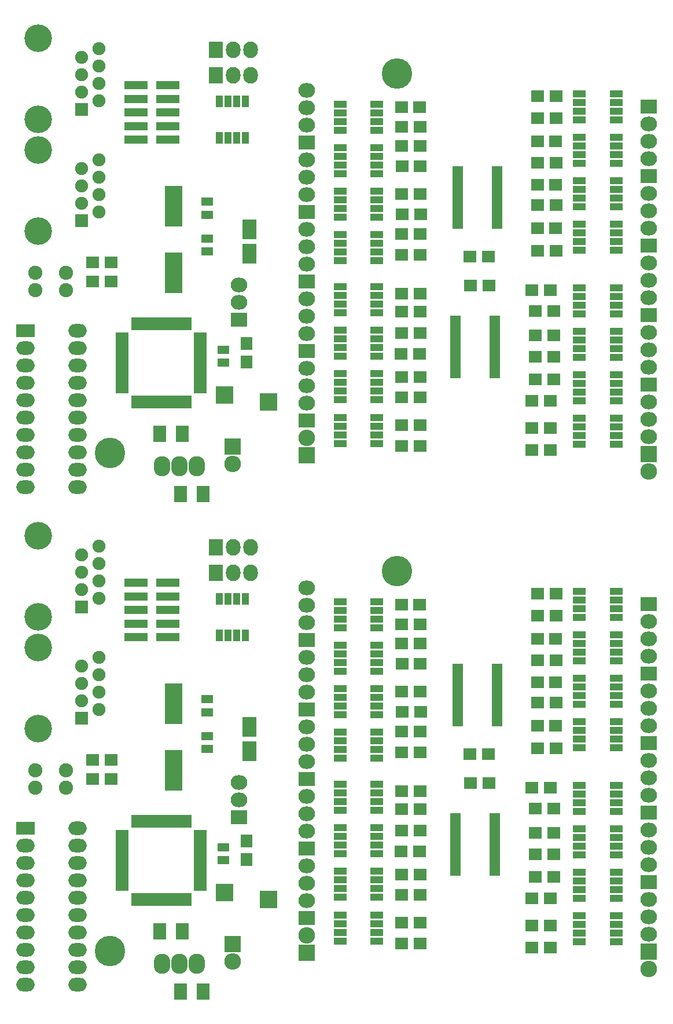
<source format=gbr>
G04 #@! TF.FileFunction,Soldermask,Bot*
%FSLAX46Y46*%
G04 Gerber Fmt 4.6, Leading zero omitted, Abs format (unit mm)*
G04 Created by KiCad (PCBNEW (2014-jul-16 BZR unknown)-product) date Sa 01 Nov 2014 20:47:10 CET*
%MOMM*%
G01*
G04 APERTURE LIST*
%ADD10C,0.150000*%
%ADD11R,2.635200X2.635200*%
%ADD12R,3.400000X1.290000*%
%ADD13R,2.432000X2.432000*%
%ADD14O,2.432000X2.432000*%
%ADD15C,4.049980*%
%ADD16R,1.901140X1.901140*%
%ADD17C,1.901140*%
%ADD18R,2.500580X6.000700*%
%ADD19R,1.950000X1.000000*%
%ADD20O,2.432000X2.940000*%
%ADD21R,0.999440X1.799540*%
%ADD22R,2.686000X1.974800*%
%ADD23O,2.686000X1.974800*%
%ADD24R,1.900000X1.700000*%
%ADD25R,1.700000X1.900000*%
%ADD26R,2.432000X2.127200*%
%ADD27O,2.432000X2.127200*%
%ADD28R,2.127200X2.432000*%
%ADD29O,2.127200X2.432000*%
%ADD30R,1.500000X0.800000*%
%ADD31R,1.924000X0.806400*%
%ADD32R,0.806400X1.924000*%
%ADD33C,2.076400*%
%ADD34R,1.924000X2.432000*%
%ADD35R,1.797000X1.289000*%
%ADD36R,2.000200X3.000960*%
%ADD37C,4.464000*%
G04 APERTURE END LIST*
D10*
D11*
X63670000Y-153330000D03*
X57280000Y-152350000D03*
D12*
X48980000Y-107020000D03*
X48980000Y-109020000D03*
X44310000Y-109020000D03*
X48980000Y-111020000D03*
X44310000Y-111020000D03*
X48980000Y-113020000D03*
X44310000Y-113020000D03*
X48980000Y-115020000D03*
X44310000Y-115020000D03*
X44310000Y-107020000D03*
D13*
X119310000Y-160930000D03*
D14*
X119310000Y-163470000D03*
D13*
X69280000Y-161090000D03*
D14*
X69280000Y-158550000D03*
D15*
X30000000Y-100191480D03*
X30000000Y-112060900D03*
D16*
X36350000Y-110575000D03*
D17*
X38890000Y-109305000D03*
X36350000Y-108035000D03*
X38890000Y-106765000D03*
X36350000Y-105495000D03*
X38890000Y-104225000D03*
X36350000Y-102955000D03*
X38890000Y-101685000D03*
D15*
X30000000Y-116491480D03*
X30000000Y-128360900D03*
D16*
X36350000Y-126875000D03*
D17*
X38890000Y-125605000D03*
X36350000Y-124335000D03*
X38890000Y-123065000D03*
X36350000Y-121795000D03*
X38890000Y-120525000D03*
X36350000Y-119255000D03*
X38890000Y-117985000D03*
D18*
X49830000Y-134428860D03*
X49830000Y-124731140D03*
D19*
X109140000Y-131125000D03*
X109140000Y-129855000D03*
X109140000Y-128585000D03*
X109140000Y-127315000D03*
X114540000Y-127315000D03*
X114540000Y-128585000D03*
X114540000Y-129855000D03*
X114540000Y-131125000D03*
X109140000Y-124775000D03*
X109140000Y-123505000D03*
X109140000Y-122235000D03*
X109140000Y-120965000D03*
X114540000Y-120965000D03*
X114540000Y-122235000D03*
X114540000Y-123505000D03*
X114540000Y-124775000D03*
X109140000Y-118425000D03*
X109140000Y-117155000D03*
X109140000Y-115885000D03*
X109140000Y-114615000D03*
X114540000Y-114615000D03*
X114540000Y-115885000D03*
X114540000Y-117155000D03*
X114540000Y-118425000D03*
X109140000Y-112075000D03*
X109140000Y-110805000D03*
X109140000Y-109535000D03*
X109140000Y-108265000D03*
X114540000Y-108265000D03*
X114540000Y-109535000D03*
X114540000Y-110805000D03*
X114540000Y-112075000D03*
X79550000Y-109805000D03*
X79550000Y-111075000D03*
X79550000Y-112345000D03*
X79550000Y-113615000D03*
X74150000Y-113615000D03*
X74150000Y-112345000D03*
X74150000Y-111075000D03*
X74150000Y-109805000D03*
X79550000Y-116155000D03*
X79550000Y-117425000D03*
X79550000Y-118695000D03*
X79550000Y-119965000D03*
X74150000Y-119965000D03*
X74150000Y-118695000D03*
X74150000Y-117425000D03*
X74150000Y-116155000D03*
X79550000Y-122505000D03*
X79550000Y-123775000D03*
X79550000Y-125045000D03*
X79550000Y-126315000D03*
X74150000Y-126315000D03*
X74150000Y-125045000D03*
X74150000Y-123775000D03*
X74150000Y-122505000D03*
X79550000Y-128855000D03*
X79550000Y-130125000D03*
X79550000Y-131395000D03*
X79550000Y-132665000D03*
X74150000Y-132665000D03*
X74150000Y-131395000D03*
X74150000Y-130125000D03*
X74150000Y-128855000D03*
X109140000Y-159495000D03*
X109140000Y-158225000D03*
X109140000Y-156955000D03*
X109140000Y-155685000D03*
X114540000Y-155685000D03*
X114540000Y-156955000D03*
X114540000Y-158225000D03*
X114540000Y-159495000D03*
X109140000Y-153145000D03*
X109140000Y-151875000D03*
X109140000Y-150605000D03*
X109140000Y-149335000D03*
X114540000Y-149335000D03*
X114540000Y-150605000D03*
X114540000Y-151875000D03*
X114540000Y-153145000D03*
X109140000Y-146795000D03*
X109140000Y-145525000D03*
X109140000Y-144255000D03*
X109140000Y-142985000D03*
X114540000Y-142985000D03*
X114540000Y-144255000D03*
X114540000Y-145525000D03*
X114540000Y-146795000D03*
X109140000Y-140445000D03*
X109140000Y-139175000D03*
X109140000Y-137905000D03*
X109140000Y-136635000D03*
X114540000Y-136635000D03*
X114540000Y-137905000D03*
X114540000Y-139175000D03*
X114540000Y-140445000D03*
X79550000Y-136475000D03*
X79550000Y-137745000D03*
X79550000Y-139015000D03*
X79550000Y-140285000D03*
X74150000Y-140285000D03*
X74150000Y-139015000D03*
X74150000Y-137745000D03*
X74150000Y-136475000D03*
X79550000Y-142825000D03*
X79550000Y-144095000D03*
X79550000Y-145365000D03*
X79550000Y-146635000D03*
X74150000Y-146635000D03*
X74150000Y-145365000D03*
X74150000Y-144095000D03*
X74150000Y-142825000D03*
X79550000Y-149175000D03*
X79550000Y-150445000D03*
X79550000Y-151715000D03*
X79550000Y-152985000D03*
X74150000Y-152985000D03*
X74150000Y-151715000D03*
X74150000Y-150445000D03*
X74150000Y-149175000D03*
X79560000Y-155655000D03*
X79560000Y-156925000D03*
X79560000Y-158195000D03*
X79560000Y-159465000D03*
X74160000Y-159465000D03*
X74160000Y-158195000D03*
X74160000Y-156925000D03*
X74160000Y-155655000D03*
D20*
X50670000Y-162760000D03*
X48130000Y-162760000D03*
X53210000Y-162760000D03*
D21*
X60325000Y-109433000D03*
X60325000Y-114767000D03*
X59055000Y-109433000D03*
X57785000Y-109433000D03*
X56515000Y-109433000D03*
X59055000Y-114767000D03*
X57785000Y-114767000D03*
X56515000Y-114767000D03*
D22*
X28090000Y-142900000D03*
D23*
X28090000Y-145440000D03*
X28090000Y-147980000D03*
X28090000Y-150520000D03*
X28090000Y-153060000D03*
X28090000Y-155600000D03*
X28090000Y-158140000D03*
X28090000Y-160680000D03*
X28090000Y-163220000D03*
X28090000Y-165760000D03*
X35710000Y-165760000D03*
X35710000Y-163220000D03*
X35710000Y-160680000D03*
X35710000Y-158140000D03*
X35710000Y-155600000D03*
X35710000Y-153060000D03*
X35710000Y-150520000D03*
X35710000Y-147980000D03*
X35710000Y-145440000D03*
X35710000Y-142900000D03*
D24*
X103050000Y-131230000D03*
X105750000Y-131230000D03*
X103020000Y-127950000D03*
X105720000Y-127950000D03*
X103050000Y-124530000D03*
X105750000Y-124530000D03*
X103020000Y-121600000D03*
X105720000Y-121600000D03*
X103050000Y-118330000D03*
X105750000Y-118330000D03*
X103020000Y-115250000D03*
X105720000Y-115250000D03*
X103050000Y-111830000D03*
X105750000Y-111830000D03*
X103050000Y-108630000D03*
X105750000Y-108630000D03*
X85820000Y-110250000D03*
X83120000Y-110250000D03*
X85870000Y-113150000D03*
X83170000Y-113150000D03*
X85890000Y-115880000D03*
X83190000Y-115880000D03*
X85910000Y-118890000D03*
X83210000Y-118890000D03*
X85850000Y-122950000D03*
X83150000Y-122950000D03*
X85950000Y-125880000D03*
X83250000Y-125880000D03*
X85830000Y-128810000D03*
X83130000Y-128810000D03*
X85840000Y-131860000D03*
X83140000Y-131860000D03*
X102250000Y-160330000D03*
X104950000Y-160330000D03*
X102250000Y-157130000D03*
X104950000Y-157130000D03*
X102250000Y-153130000D03*
X104950000Y-153130000D03*
X102720000Y-150070000D03*
X105420000Y-150070000D03*
X102750000Y-146730000D03*
X105450000Y-146730000D03*
X102720000Y-143620000D03*
X105420000Y-143620000D03*
X102750000Y-140030000D03*
X105450000Y-140030000D03*
X102250000Y-137030000D03*
X104950000Y-137030000D03*
X85840000Y-137540000D03*
X83140000Y-137540000D03*
X85880000Y-140130000D03*
X83180000Y-140130000D03*
X85850000Y-143230000D03*
X83150000Y-143230000D03*
X85810000Y-146280000D03*
X83110000Y-146280000D03*
X85850000Y-149730000D03*
X83150000Y-149730000D03*
X85860000Y-152690000D03*
X83160000Y-152690000D03*
X85840000Y-156760000D03*
X83140000Y-156760000D03*
X85860000Y-159740000D03*
X83160000Y-159740000D03*
X93170000Y-132100000D03*
X95870000Y-132100000D03*
X93220000Y-136350000D03*
X95920000Y-136350000D03*
D25*
X60480000Y-144790000D03*
X60480000Y-147490000D03*
D24*
X40670000Y-135700000D03*
X37970000Y-135700000D03*
X40640000Y-132930000D03*
X37940000Y-132930000D03*
D26*
X119310000Y-130450000D03*
D27*
X119310000Y-132990000D03*
X119310000Y-135530000D03*
X119310000Y-138070000D03*
D26*
X119310000Y-120290000D03*
D27*
X119310000Y-122830000D03*
X119310000Y-125370000D03*
X119310000Y-127910000D03*
D26*
X119310000Y-110130000D03*
D27*
X119310000Y-112670000D03*
X119310000Y-115210000D03*
X119310000Y-117750000D03*
D26*
X69280000Y-115370000D03*
D27*
X69280000Y-112830000D03*
X69280000Y-110290000D03*
X69280000Y-107750000D03*
D26*
X69280000Y-125530000D03*
D27*
X69280000Y-122990000D03*
X69280000Y-120450000D03*
X69280000Y-117910000D03*
D26*
X69280000Y-135690000D03*
D27*
X69280000Y-133150000D03*
X69280000Y-130610000D03*
X69280000Y-128070000D03*
D26*
X119310000Y-150770000D03*
D27*
X119310000Y-153310000D03*
X119310000Y-155850000D03*
X119310000Y-158390000D03*
D26*
X119310000Y-140610000D03*
D27*
X119310000Y-143150000D03*
X119310000Y-145690000D03*
X119310000Y-148230000D03*
D26*
X69280000Y-145850000D03*
D27*
X69280000Y-143310000D03*
X69280000Y-140770000D03*
X69280000Y-138230000D03*
D26*
X69280000Y-156010000D03*
D27*
X69280000Y-153470000D03*
X69280000Y-150930000D03*
X69280000Y-148390000D03*
D13*
X58470000Y-159890000D03*
D14*
X58470000Y-162430000D03*
D28*
X55990000Y-105610000D03*
D29*
X58530000Y-105610000D03*
X61070000Y-105610000D03*
D28*
X55990000Y-101860000D03*
D29*
X58530000Y-101860000D03*
X61070000Y-101860000D03*
D26*
X59360000Y-141280000D03*
D27*
X59360000Y-138740000D03*
X59360000Y-136200000D03*
D30*
X91390000Y-127695000D03*
X91390000Y-127045000D03*
X91390000Y-126395000D03*
X91390000Y-125745000D03*
X91390000Y-125095000D03*
X91390000Y-124445000D03*
X91390000Y-123795000D03*
X91390000Y-123145000D03*
X91390000Y-122495000D03*
X91390000Y-121845000D03*
X91390000Y-121195000D03*
X91390000Y-120545000D03*
X91390000Y-119895000D03*
X91390000Y-119245000D03*
X97090000Y-119245000D03*
X97090000Y-119895000D03*
X97090000Y-120545000D03*
X97090000Y-121195000D03*
X97090000Y-121845000D03*
X97090000Y-122495000D03*
X97090000Y-123145000D03*
X97090000Y-123795000D03*
X97090000Y-124445000D03*
X97090000Y-125095000D03*
X97090000Y-125745000D03*
X97090000Y-126395000D03*
X97090000Y-127045000D03*
X97090000Y-127695000D03*
X91070000Y-149525000D03*
X91070000Y-148875000D03*
X91070000Y-148225000D03*
X91070000Y-147575000D03*
X91070000Y-146925000D03*
X91070000Y-146275000D03*
X91070000Y-145625000D03*
X91070000Y-144975000D03*
X91070000Y-144325000D03*
X91070000Y-143675000D03*
X91070000Y-143025000D03*
X91070000Y-142375000D03*
X91070000Y-141725000D03*
X91070000Y-141075000D03*
X96770000Y-141075000D03*
X96770000Y-141725000D03*
X96770000Y-142375000D03*
X96770000Y-143025000D03*
X96770000Y-143675000D03*
X96770000Y-144325000D03*
X96770000Y-144975000D03*
X96770000Y-145625000D03*
X96770000Y-146275000D03*
X96770000Y-146925000D03*
X96770000Y-147575000D03*
X96770000Y-148225000D03*
X96770000Y-148875000D03*
X96770000Y-149525000D03*
D31*
X42305000Y-147610000D03*
X42305000Y-146809900D03*
X42305000Y-146009800D03*
X42305000Y-145209700D03*
X42305000Y-144409600D03*
X42305000Y-143609500D03*
X42305000Y-148410100D03*
X42305000Y-149210200D03*
X42305000Y-150010300D03*
X42305000Y-150810400D03*
X42305000Y-151610500D03*
X53735000Y-147610000D03*
X53735000Y-146809900D03*
X53735000Y-146009800D03*
X53735000Y-145209700D03*
X53735000Y-144409600D03*
X53735000Y-143609500D03*
X53735000Y-148410100D03*
X53735000Y-149210200D03*
X53735000Y-150010300D03*
X53735000Y-150810400D03*
X53735000Y-151610500D03*
D32*
X48020000Y-141895000D03*
X48020000Y-153325000D03*
X48820100Y-141895000D03*
X48820100Y-153325000D03*
X49620200Y-153325000D03*
X49620200Y-141895000D03*
X50420300Y-141895000D03*
X50420300Y-153325000D03*
X51220400Y-153325000D03*
X51220400Y-141895000D03*
X52020500Y-141895000D03*
X52020500Y-153325000D03*
X47219900Y-153325000D03*
X47219900Y-141895000D03*
X46419800Y-141895000D03*
X46419800Y-153325000D03*
X45619700Y-153325000D03*
X45619700Y-141895000D03*
X44819600Y-141895000D03*
X44819600Y-153325000D03*
X44019500Y-153325000D03*
X44019500Y-141895000D03*
D33*
X34060000Y-134480000D03*
X34060000Y-137020000D03*
X29560000Y-134480000D03*
X29560000Y-137020000D03*
D34*
X51111000Y-158020000D03*
X47809000Y-158020000D03*
D35*
X57100000Y-147582500D03*
X57100000Y-145677500D03*
D34*
X54121000Y-166760000D03*
X50819000Y-166760000D03*
D36*
X60860000Y-128079140D03*
X60860000Y-131680860D03*
D35*
X54710000Y-124047500D03*
X54710000Y-125952500D03*
X54710000Y-129427500D03*
X54710000Y-131332500D03*
D37*
X82500000Y-105330000D03*
X40500000Y-160830000D03*
X40500000Y-88100000D03*
X82500000Y-32600000D03*
D35*
X54710000Y-56697500D03*
X54710000Y-58602500D03*
X54710000Y-51317500D03*
X54710000Y-53222500D03*
D36*
X60860000Y-55349140D03*
X60860000Y-58950860D03*
D34*
X54121000Y-94030000D03*
X50819000Y-94030000D03*
D35*
X57100000Y-74852500D03*
X57100000Y-72947500D03*
D34*
X51111000Y-85290000D03*
X47809000Y-85290000D03*
D33*
X29560000Y-61750000D03*
X29560000Y-64290000D03*
X34060000Y-61750000D03*
X34060000Y-64290000D03*
D31*
X42305000Y-74880000D03*
X42305000Y-74079900D03*
X42305000Y-73279800D03*
X42305000Y-72479700D03*
X42305000Y-71679600D03*
X42305000Y-70879500D03*
X42305000Y-75680100D03*
X42305000Y-76480200D03*
X42305000Y-77280300D03*
X42305000Y-78080400D03*
X42305000Y-78880500D03*
X53735000Y-74880000D03*
X53735000Y-74079900D03*
X53735000Y-73279800D03*
X53735000Y-72479700D03*
X53735000Y-71679600D03*
X53735000Y-70879500D03*
X53735000Y-75680100D03*
X53735000Y-76480200D03*
X53735000Y-77280300D03*
X53735000Y-78080400D03*
X53735000Y-78880500D03*
D32*
X48020000Y-69165000D03*
X48020000Y-80595000D03*
X48820100Y-69165000D03*
X48820100Y-80595000D03*
X49620200Y-80595000D03*
X49620200Y-69165000D03*
X50420300Y-69165000D03*
X50420300Y-80595000D03*
X51220400Y-80595000D03*
X51220400Y-69165000D03*
X52020500Y-69165000D03*
X52020500Y-80595000D03*
X47219900Y-80595000D03*
X47219900Y-69165000D03*
X46419800Y-69165000D03*
X46419800Y-80595000D03*
X45619700Y-80595000D03*
X45619700Y-69165000D03*
X44819600Y-69165000D03*
X44819600Y-80595000D03*
X44019500Y-80595000D03*
X44019500Y-69165000D03*
D30*
X91070000Y-76795000D03*
X91070000Y-76145000D03*
X91070000Y-75495000D03*
X91070000Y-74845000D03*
X91070000Y-74195000D03*
X91070000Y-73545000D03*
X91070000Y-72895000D03*
X91070000Y-72245000D03*
X91070000Y-71595000D03*
X91070000Y-70945000D03*
X91070000Y-70295000D03*
X91070000Y-69645000D03*
X91070000Y-68995000D03*
X91070000Y-68345000D03*
X96770000Y-68345000D03*
X96770000Y-68995000D03*
X96770000Y-69645000D03*
X96770000Y-70295000D03*
X96770000Y-70945000D03*
X96770000Y-71595000D03*
X96770000Y-72245000D03*
X96770000Y-72895000D03*
X96770000Y-73545000D03*
X96770000Y-74195000D03*
X96770000Y-74845000D03*
X96770000Y-75495000D03*
X96770000Y-76145000D03*
X96770000Y-76795000D03*
X91390000Y-54965000D03*
X91390000Y-54315000D03*
X91390000Y-53665000D03*
X91390000Y-53015000D03*
X91390000Y-52365000D03*
X91390000Y-51715000D03*
X91390000Y-51065000D03*
X91390000Y-50415000D03*
X91390000Y-49765000D03*
X91390000Y-49115000D03*
X91390000Y-48465000D03*
X91390000Y-47815000D03*
X91390000Y-47165000D03*
X91390000Y-46515000D03*
X97090000Y-46515000D03*
X97090000Y-47165000D03*
X97090000Y-47815000D03*
X97090000Y-48465000D03*
X97090000Y-49115000D03*
X97090000Y-49765000D03*
X97090000Y-50415000D03*
X97090000Y-51065000D03*
X97090000Y-51715000D03*
X97090000Y-52365000D03*
X97090000Y-53015000D03*
X97090000Y-53665000D03*
X97090000Y-54315000D03*
X97090000Y-54965000D03*
D26*
X59360000Y-68550000D03*
D27*
X59360000Y-66010000D03*
X59360000Y-63470000D03*
D28*
X55990000Y-29130000D03*
D29*
X58530000Y-29130000D03*
X61070000Y-29130000D03*
D28*
X55990000Y-32880000D03*
D29*
X58530000Y-32880000D03*
X61070000Y-32880000D03*
D13*
X58470000Y-87160000D03*
D14*
X58470000Y-89700000D03*
D26*
X69280000Y-83280000D03*
D27*
X69280000Y-80740000D03*
X69280000Y-78200000D03*
X69280000Y-75660000D03*
D26*
X69280000Y-73120000D03*
D27*
X69280000Y-70580000D03*
X69280000Y-68040000D03*
X69280000Y-65500000D03*
D26*
X119310000Y-67880000D03*
D27*
X119310000Y-70420000D03*
X119310000Y-72960000D03*
X119310000Y-75500000D03*
D26*
X119310000Y-78040000D03*
D27*
X119310000Y-80580000D03*
X119310000Y-83120000D03*
X119310000Y-85660000D03*
D26*
X69280000Y-62960000D03*
D27*
X69280000Y-60420000D03*
X69280000Y-57880000D03*
X69280000Y-55340000D03*
D26*
X69280000Y-52800000D03*
D27*
X69280000Y-50260000D03*
X69280000Y-47720000D03*
X69280000Y-45180000D03*
D26*
X69280000Y-42640000D03*
D27*
X69280000Y-40100000D03*
X69280000Y-37560000D03*
X69280000Y-35020000D03*
D26*
X119310000Y-37400000D03*
D27*
X119310000Y-39940000D03*
X119310000Y-42480000D03*
X119310000Y-45020000D03*
D26*
X119310000Y-47560000D03*
D27*
X119310000Y-50100000D03*
X119310000Y-52640000D03*
X119310000Y-55180000D03*
D26*
X119310000Y-57720000D03*
D27*
X119310000Y-60260000D03*
X119310000Y-62800000D03*
X119310000Y-65340000D03*
D24*
X40640000Y-60200000D03*
X37940000Y-60200000D03*
X40670000Y-62970000D03*
X37970000Y-62970000D03*
D25*
X60480000Y-72060000D03*
X60480000Y-74760000D03*
D24*
X93220000Y-63620000D03*
X95920000Y-63620000D03*
X93170000Y-59370000D03*
X95870000Y-59370000D03*
X85860000Y-87010000D03*
X83160000Y-87010000D03*
X85840000Y-84030000D03*
X83140000Y-84030000D03*
X85860000Y-79960000D03*
X83160000Y-79960000D03*
X85850000Y-77000000D03*
X83150000Y-77000000D03*
X85810000Y-73550000D03*
X83110000Y-73550000D03*
X85850000Y-70500000D03*
X83150000Y-70500000D03*
X85880000Y-67400000D03*
X83180000Y-67400000D03*
X85840000Y-64810000D03*
X83140000Y-64810000D03*
X102250000Y-64300000D03*
X104950000Y-64300000D03*
X102750000Y-67300000D03*
X105450000Y-67300000D03*
X102720000Y-70890000D03*
X105420000Y-70890000D03*
X102750000Y-74000000D03*
X105450000Y-74000000D03*
X102720000Y-77340000D03*
X105420000Y-77340000D03*
X102250000Y-80400000D03*
X104950000Y-80400000D03*
X102250000Y-84400000D03*
X104950000Y-84400000D03*
X102250000Y-87600000D03*
X104950000Y-87600000D03*
X85840000Y-59130000D03*
X83140000Y-59130000D03*
X85830000Y-56080000D03*
X83130000Y-56080000D03*
X85950000Y-53150000D03*
X83250000Y-53150000D03*
X85850000Y-50220000D03*
X83150000Y-50220000D03*
X85910000Y-46160000D03*
X83210000Y-46160000D03*
X85890000Y-43150000D03*
X83190000Y-43150000D03*
X85870000Y-40420000D03*
X83170000Y-40420000D03*
X85820000Y-37520000D03*
X83120000Y-37520000D03*
X103050000Y-35900000D03*
X105750000Y-35900000D03*
X103050000Y-39100000D03*
X105750000Y-39100000D03*
X103020000Y-42520000D03*
X105720000Y-42520000D03*
X103050000Y-45600000D03*
X105750000Y-45600000D03*
X103020000Y-48870000D03*
X105720000Y-48870000D03*
X103050000Y-51800000D03*
X105750000Y-51800000D03*
X103020000Y-55220000D03*
X105720000Y-55220000D03*
X103050000Y-58500000D03*
X105750000Y-58500000D03*
D22*
X28090000Y-70170000D03*
D23*
X28090000Y-72710000D03*
X28090000Y-75250000D03*
X28090000Y-77790000D03*
X28090000Y-80330000D03*
X28090000Y-82870000D03*
X28090000Y-85410000D03*
X28090000Y-87950000D03*
X28090000Y-90490000D03*
X28090000Y-93030000D03*
X35710000Y-93030000D03*
X35710000Y-90490000D03*
X35710000Y-87950000D03*
X35710000Y-85410000D03*
X35710000Y-82870000D03*
X35710000Y-80330000D03*
X35710000Y-77790000D03*
X35710000Y-75250000D03*
X35710000Y-72710000D03*
X35710000Y-70170000D03*
D21*
X60325000Y-36703000D03*
X60325000Y-42037000D03*
X59055000Y-36703000D03*
X57785000Y-36703000D03*
X56515000Y-36703000D03*
X59055000Y-42037000D03*
X57785000Y-42037000D03*
X56515000Y-42037000D03*
D20*
X50670000Y-90030000D03*
X48130000Y-90030000D03*
X53210000Y-90030000D03*
D19*
X79560000Y-82925000D03*
X79560000Y-84195000D03*
X79560000Y-85465000D03*
X79560000Y-86735000D03*
X74160000Y-86735000D03*
X74160000Y-85465000D03*
X74160000Y-84195000D03*
X74160000Y-82925000D03*
X79550000Y-76445000D03*
X79550000Y-77715000D03*
X79550000Y-78985000D03*
X79550000Y-80255000D03*
X74150000Y-80255000D03*
X74150000Y-78985000D03*
X74150000Y-77715000D03*
X74150000Y-76445000D03*
X79550000Y-70095000D03*
X79550000Y-71365000D03*
X79550000Y-72635000D03*
X79550000Y-73905000D03*
X74150000Y-73905000D03*
X74150000Y-72635000D03*
X74150000Y-71365000D03*
X74150000Y-70095000D03*
X79550000Y-63745000D03*
X79550000Y-65015000D03*
X79550000Y-66285000D03*
X79550000Y-67555000D03*
X74150000Y-67555000D03*
X74150000Y-66285000D03*
X74150000Y-65015000D03*
X74150000Y-63745000D03*
X109140000Y-67715000D03*
X109140000Y-66445000D03*
X109140000Y-65175000D03*
X109140000Y-63905000D03*
X114540000Y-63905000D03*
X114540000Y-65175000D03*
X114540000Y-66445000D03*
X114540000Y-67715000D03*
X109140000Y-74065000D03*
X109140000Y-72795000D03*
X109140000Y-71525000D03*
X109140000Y-70255000D03*
X114540000Y-70255000D03*
X114540000Y-71525000D03*
X114540000Y-72795000D03*
X114540000Y-74065000D03*
X109140000Y-80415000D03*
X109140000Y-79145000D03*
X109140000Y-77875000D03*
X109140000Y-76605000D03*
X114540000Y-76605000D03*
X114540000Y-77875000D03*
X114540000Y-79145000D03*
X114540000Y-80415000D03*
X109140000Y-86765000D03*
X109140000Y-85495000D03*
X109140000Y-84225000D03*
X109140000Y-82955000D03*
X114540000Y-82955000D03*
X114540000Y-84225000D03*
X114540000Y-85495000D03*
X114540000Y-86765000D03*
X79550000Y-56125000D03*
X79550000Y-57395000D03*
X79550000Y-58665000D03*
X79550000Y-59935000D03*
X74150000Y-59935000D03*
X74150000Y-58665000D03*
X74150000Y-57395000D03*
X74150000Y-56125000D03*
X79550000Y-49775000D03*
X79550000Y-51045000D03*
X79550000Y-52315000D03*
X79550000Y-53585000D03*
X74150000Y-53585000D03*
X74150000Y-52315000D03*
X74150000Y-51045000D03*
X74150000Y-49775000D03*
X79550000Y-43425000D03*
X79550000Y-44695000D03*
X79550000Y-45965000D03*
X79550000Y-47235000D03*
X74150000Y-47235000D03*
X74150000Y-45965000D03*
X74150000Y-44695000D03*
X74150000Y-43425000D03*
X79550000Y-37075000D03*
X79550000Y-38345000D03*
X79550000Y-39615000D03*
X79550000Y-40885000D03*
X74150000Y-40885000D03*
X74150000Y-39615000D03*
X74150000Y-38345000D03*
X74150000Y-37075000D03*
X109140000Y-39345000D03*
X109140000Y-38075000D03*
X109140000Y-36805000D03*
X109140000Y-35535000D03*
X114540000Y-35535000D03*
X114540000Y-36805000D03*
X114540000Y-38075000D03*
X114540000Y-39345000D03*
X109140000Y-45695000D03*
X109140000Y-44425000D03*
X109140000Y-43155000D03*
X109140000Y-41885000D03*
X114540000Y-41885000D03*
X114540000Y-43155000D03*
X114540000Y-44425000D03*
X114540000Y-45695000D03*
X109140000Y-52045000D03*
X109140000Y-50775000D03*
X109140000Y-49505000D03*
X109140000Y-48235000D03*
X114540000Y-48235000D03*
X114540000Y-49505000D03*
X114540000Y-50775000D03*
X114540000Y-52045000D03*
X109140000Y-58395000D03*
X109140000Y-57125000D03*
X109140000Y-55855000D03*
X109140000Y-54585000D03*
X114540000Y-54585000D03*
X114540000Y-55855000D03*
X114540000Y-57125000D03*
X114540000Y-58395000D03*
D18*
X49830000Y-61698860D03*
X49830000Y-52001140D03*
D15*
X30000000Y-43761480D03*
X30000000Y-55630900D03*
D16*
X36350000Y-54145000D03*
D17*
X38890000Y-52875000D03*
X36350000Y-51605000D03*
X38890000Y-50335000D03*
X36350000Y-49065000D03*
X38890000Y-47795000D03*
X36350000Y-46525000D03*
X38890000Y-45255000D03*
D15*
X30000000Y-27461480D03*
X30000000Y-39330900D03*
D16*
X36350000Y-37845000D03*
D17*
X38890000Y-36575000D03*
X36350000Y-35305000D03*
X38890000Y-34035000D03*
X36350000Y-32765000D03*
X38890000Y-31495000D03*
X36350000Y-30225000D03*
X38890000Y-28955000D03*
D13*
X69280000Y-88360000D03*
D14*
X69280000Y-85820000D03*
D13*
X119310000Y-88200000D03*
D14*
X119310000Y-90740000D03*
D12*
X48980000Y-34290000D03*
X48980000Y-36290000D03*
X44310000Y-36290000D03*
X48980000Y-38290000D03*
X44310000Y-38290000D03*
X48980000Y-40290000D03*
X44310000Y-40290000D03*
X48980000Y-42290000D03*
X44310000Y-42290000D03*
X44310000Y-34290000D03*
D11*
X57280000Y-79620000D03*
X63670000Y-80600000D03*
M02*

</source>
